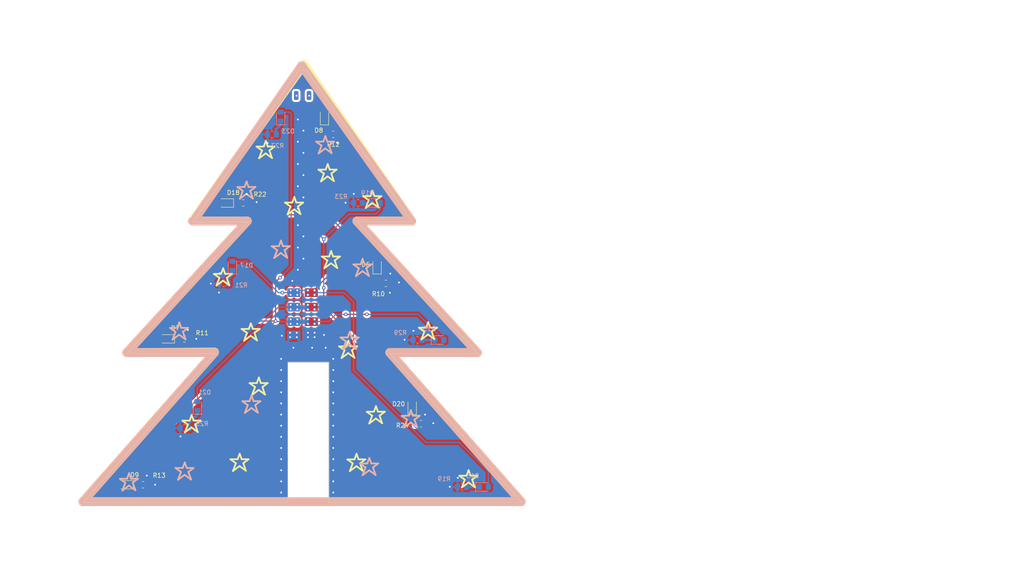
<source format=kicad_pcb>
(kicad_pcb (version 20221018) (generator pcbnew)
  (layers (0 "F.Cu" signal) (31 "B.Cu" signal) (34 "B.Paste" user) (35 "F.Paste" user) (36 "B.SilkS" user "B.Silkscreen") (37 "F.SilkS" user "F.Silkscreen") (38 "B.Mask" user) (39 "F.Mask" user) (44 "Edge.Cuts" user))
  (net 0 "")
  (net 1 "/LED_Power_1")
  (net 2 "/LED_Power_3")
  (net 3 "/LED_Power_2")
  (net 4 "Net-(D15-K)")
  (net 5 "Net-(D17-K)")
  (net 6 "GND")
  (net 7 "Net-(D20-K)")
  (footprint "LocalFootprintLib:Multi_board_connector" (layer "F.Cu") (at 99.077 100.812 -90)
    (fp_text reference "J4" hide)
    (fp_text value "Conn_01x04_Pin")
  )
  (footprint "LED_SMD:LED_0805_2012Metric_Pad1.15x1.40mm_HandSolder" (layer "F.Cu") (at 56.383 138.02 180)
    (fp_text reference "D9")
    (fp_text value "LED")
  )
  (footprint "Resistor_SMD:R_0805_2012Metric_Pad1.20x1.40mm_HandSolder" (layer "F.Cu") (at 103.823 58.098)
    (fp_text reference "R12")
    (fp_text value "100")
  )
  (footprint "Connector_Wire:SolderWirePad_1x01_SMD_1x2mm" (layer "F.Cu") (at 95.372 49.247)
    (fp_text reference "REF**" hide)
    (fp_text value "SolderWirePad_1x01_SMD_1x2mm")
  )
  (footprint "LED_SMD:LED_0805_2012Metric_Pad1.15x1.40mm_HandSolder" (layer "F.Cu") (at 121.823 120.123 90)
    (fp_text reference "D20")
    (fp_text value "LED")
  )
  (footprint "LED_SMD:LED_0805_2012Metric_Pad1.15x1.40mm_HandSolder" (layer "F.Cu") (at 113.823 88.098 90)
    (fp_text reference "D6")
    (fp_text value "LED")
  )
  (footprint "Resistor_SMD:R_0805_2012Metric_Pad1.20x1.40mm_HandSolder" (layer "F.Cu") (at 123.823 124.098)
    (fp_text reference "R24")
    (fp_text value "100")
  )
  (footprint "LED_SMD:LED_0805_2012Metric_Pad1.15x1.40mm_HandSolder" (layer "F.Cu") (at 65.772 104.746 180)
    (fp_text reference "D7")
    (fp_text value "LED")
  )
  (footprint "LED_SMD:LED_0805_2012Metric_Pad1.15x1.40mm_HandSolder" (layer "F.Cu") (at 79.234 73.758 180)
    (fp_text reference "D18")
    (fp_text value "LED")
  )
  (footprint "Resistor_SMD:R_0805_2012Metric_Pad1.20x1.40mm_HandSolder" (layer "F.Cu") (at 115.823 92.098)
    (fp_text reference "R10")
    (fp_text value "100")
  )
  (footprint "Resistor_SMD:R_0805_2012Metric_Pad1.20x1.40mm_HandSolder" (layer "F.Cu") (at 60.447 138.02)
    (fp_text reference "R13")
    (fp_text value "100")
  )
  (footprint "Resistor_SMD:R_0805_2012Metric_Pad1.20x1.40mm_HandSolder" (layer "F.Cu") (at 83.307 73.758)
    (fp_text reference "R22")
    (fp_text value "100")
  )
  (footprint "Resistor_SMD:R_0805_2012Metric_Pad1.20x1.40mm_HandSolder" (layer "F.Cu") (at 69.836 104.746)
    (fp_text reference "R11")
    (fp_text value "100")
  )
  (footprint "Connector_Wire:SolderWirePad_1x01_SMD_1x2mm" (layer "F.Cu") (at 98.293 49.247)
    (fp_text reference "REF**" hide)
    (fp_text value "SolderWirePad_1x01_SMD_1x2mm")
  )
  (footprint "LED_SMD:LED_0805_2012Metric_Pad1.15x1.40mm_HandSolder" (layer "F.Cu") (at 101.823 54.098 90)
    (fp_text reference "D8")
    (fp_text value "LED")
  )
  (footprint "LED_SMD:LED_0805_2012Metric_Pad1.15x1.40mm_HandSolder" (layer "B.Cu") (at 113.533 73.758)
    (fp_text reference "D19")
    (fp_text value "LED")
  )
  (footprint "LED_SMD:LED_0805_2012Metric_Pad1.15x1.40mm_HandSolder" (layer "B.Cu") (at 128.011 105)
    (fp_text reference "D25")
    (fp_text value "LED")
  )
  (footprint "LED_SMD:LED_0805_2012Metric_Pad1.15x1.40mm_HandSolder" (layer "B.Cu") (at 91.823 54.073 90)
    (fp_text reference "D23")
    (fp_text value "LED")
  )
  (footprint "Resistor_SMD:R_0805_2012Metric_Pad1.20x1.40mm_HandSolder" (layer "B.Cu") (at 109.469 73.758 180)
    (fp_text reference "R23")
    (fp_text value "100")
  )
  (footprint "Connector_Wire:SolderWirePad_1x01_SMD_1x2mm" (layer "B.Cu") (at 98.293 49.247 180)
    (fp_text reference "REF**" hide)
    (fp_text value "SolderWirePad_1x01_SMD_1x2mm")
  )
  (footprint "Resistor_SMD:R_0805_2012Metric_Pad1.20x1.40mm_HandSolder" (layer "B.Cu") (at 123.011 105 180)
    (fp_text reference "R29")
    (fp_text value "100")
  )
  (footprint "Resistor_SMD:R_0805_2012Metric_Pad1.20x1.40mm_HandSolder" (layer "B.Cu") (at 78.823 92.073 180)
    (fp_text reference "R21")
    (fp_text value "100")
  )
  (footprint "Connector_Wire:SolderWirePad_1x01_SMD_1x2mm" (layer "B.Cu") (at 95.372 49.247 180)
    (fp_text reference "REF**" hide)
    (fp_text value "SolderWirePad_1x01_SMD_1x2mm")
  )
  (footprint "LED_SMD:LED_0805_2012Metric_Pad1.15x1.40mm_HandSolder" (layer "B.Cu") (at 138.171 138.528)
    (fp_text reference "D15")
    (fp_text value "LED")
  )
  (footprint "Resistor_SMD:R_0805_2012Metric_Pad1.20x1.40mm_HandSolder" (layer "B.Cu") (at 133.171 138.528 180)
    (fp_text reference "R19")
    (fp_text value "100")
  )
  (footprint "Resistor_SMD:R_0805_2012Metric_Pad1.20x1.40mm_HandSolder" (layer "B.Cu") (at 89.823 58.098 180)
    (fp_text reference "R27")
    (fp_text value "100")
  )
  (footprint "LocalFootprintLib:Multi_board_connector" (layer "B.Cu") (at 94.569 100.812 -90)
    (fp_text reference "J5" hide)
    (fp_text value "Conn_01x04_Pin")
  )
  (footprint "Resistor_SMD:R_0805_2012Metric_Pad1.20x1.40mm_HandSolder" (layer "B.Cu") (at 69.9105 125.098 180)
    (fp_text reference "R25")
    (fp_text value "100")
  )
  (footprint "LED_SMD:LED_0805_2012Metric_Pad1.15x1.40mm_HandSolder" (layer "B.Cu") (at 72.823 120.073 90)
    (fp_text reference "D21")
    (fp_text value "LED")
  )
  (footprint "LED_SMD:LED_0805_2012Metric_Pad1.15x1.40mm_HandSolder" (layer "B.Cu") (at 80.823 88.098 90)
    (fp_text reference "D17")
    (fp_text value "LED")
  )
  (gr_line (start 112.043 131.908) (end 112.493 133.168) (stroke (width 0.4)) (layer "B.SilkS"))
  (gr_line (start 112.863 134.068) (end 113.483 135.808) (stroke (width 0.4)) (layer "B.SilkS"))
  (gr_line (start 101.993 61.318) (end 100.483 62.448) (stroke (width 0.4)) (layer "B.SilkS"))
  (gr_line (start 109.663 88.658) (end 108.983 90.438) (stroke (width 0.4)) (layer "B.SilkS"))
  (gr_line (start 70.775 135.095) (end 71.975 134.205) (stroke (width 0.4)) (layer "B.SilkS"))
  (gr_line (start 87.215 118.965) (end 85.645 118.955) (stroke (width 0.4)) (layer "B.SilkS"))
  (gr_line (start 81.943 70.128) (end 83.593 70.108) (stroke (width 0.4)) (layer "B.SilkS"))
  (gr_line (start 84.053 68.848) (end 83.593 70.108) (stroke (width 0.4)) (layer "B.SilkS"))
  (gr_line (start 85.195 117.695) (end 84.735 118.955) (stroke (width 0.4)) (layer "B.SilkS"))
  (gr_line (start 102.843 60.658) (end 104.043 59.768) (stroke (width 0.4)) (layer "B.SilkS"))
  (gr_line (start 108.413 87.768) (end 110.063 87.748) (stroke (width 0.4)) (layer "B.SilkS"))
  (gr_line (start 69.925 135.755) (end 68.415 136.885) (stroke (width 0.4)) (layer "B.SilkS"))
  (gr_line (start 111.343 88.648) (end 112.543 87.758) (stroke (width 0.4)) (layer "B.SilkS"))
  (gr_line (start 69.523 103.138) (end 70.143 104.878) (stroke (width 0.4)) (layer "B.SilkS"))
  (gr_line (start 112.013 134.728) (end 113.483 135.808) (stroke (width 0.4)) (layer "B.SilkS"))
  (gr_line (start 121.523 121.018) (end 121.063 122.278) (stroke (width 0.4)) (layer "B.SilkS"))
  (gr_line (start 107.583 103.158) (end 108.033 104.418) (stroke (width 0.4)) (layer "B.SilkS"))
  (gr_line (start 84.873 71.008) (end 86.073 70.118) (stroke (width 0.4)) (layer "B.SilkS"))
  (gr_line (start 101.993 61.318) (end 103.463 62.398) (stroke (width 0.4)) (layer "B.SilkS"))
  (gr_line (start 70.723 102.248) (end 69.153 102.238) (stroke (width 0.4)) (layer "B.SilkS"))
  (gr_line (start 107.553 105.978) (end 109.023 107.058) (stroke (width 0.4)) (layer "B.SilkS"))
  (gr_line (start 93.913 83.618) (end 92.343 83.608) (stroke (width 0.4)) (layer "B.SilkS"))
  (gr_line (start 110.523 86.488) (end 110.063 87.748) (stroke (width 0.4)) (layer "B.SilkS"))
  (gr_line (start 112.043 131.908) (end 111.583 133.168) (stroke (width 0.4)) (layer "B.SilkS"))
  (gr_line (start 69.523 103.138) (end 70.723 102.248) (stroke (width 0.4)) (layer "B.SilkS"))
  (gr_line (start 110.493 89.308) (end 108.983 90.438) (stroke (width 0.4)) (layer "B.SilkS"))
  (gr_line (start 55.153 136.668) (end 56.403 137.558) (stroke (width 0.4)) (layer "B.SilkS"))
  (gr_line (start 91.033 84.518) (end 90.353 86.298) (stroke (width 0.4)) (layer "B.SilkS"))
  (gr_line (start 109.203 77.888) (end 136.703 107.888) (stroke (width 2)) (layer "B.SilkS"))
  (gr_line (start 84.023 71.668) (end 85.493 72.748) (stroke (width 0.4)) (layer "B.SilkS"))
  (gr_line (start 58.083 137.548) (end 58.703 139.288) (stroke (width 0.4)) (layer "B.SilkS"))
  (gr_line (start 96.595 42.455) (end 72.495 77.055) (stroke (width 2)) (layer "B.SilkS"))
  (gr_line (start 104.043 59.768) (end 102.473 59.758) (stroke (width 0.4)) (layer "B.SilkS"))
  (gr_line (start 84.023 71.668) (end 82.513 72.798) (stroke (width 0.4)) (layer "B.SilkS"))
  (gr_line (start 136.703 107.888) (end 116.703 107.888) (stroke (width 2)) (layer "B.SilkS"))
  (gr_line (start 84.335 119.865) (end 83.655 121.645) (stroke (width 0.4)) (layer "B.SilkS"))
  (gr_line (start 114.063 133.178) (end 112.493 133.168) (stroke (width 0.4)) (layer "B.SilkS"))
  (gr_line (start 99.913 59.778) (end 101.563 59.758) (stroke (width 0.4)) (layer "B.SilkS"))
  (gr_line (start 92.713 84.508) (end 93.333 86.248) (stroke (width 0.4)) (layer "B.SilkS"))
  (gr_line (start 107.583 103.158) (end 107.123 104.418) (stroke (width 0.4)) (layer "B.SilkS"))
  (gr_line (start 83.193 71.018) (end 82.513 72.798) (stroke (width 0.4)) (layer "B.SilkS"))
  (gr_line (start 110.523 86.488) (end 110.973 87.748) (stroke (width 0.4)) (layer "B.SilkS"))
  (gr_line (start 102.843 60.658) (end 103.463 62.398) (stroke (width 0.4)) (layer "B.SilkS"))
  (gr_line (start 107.553 105.978) (end 106.043 107.108) (stroke (width 0.4)) (layer "B.SilkS"))
  (gr_line (start 57.233 138.208) (end 55.723 139.338) (stroke (width 0.4)) (layer "B.SilkS"))
  (gr_line (start 120.663 123.188) (end 119.983 124.968) (stroke (width 0.4)) (layer "B.SilkS"))
  (gr_line (start 101.163 60.668) (end 100.483 62.448) (stroke (width 0.4)) (layer "B.SilkS"))
  (gr_line (start 89.783 83.628) (end 91.433 83.608) (stroke (width 0.4)) (layer "B.SilkS"))
  (gr_line (start 67.845 134.215) (end 69.095 135.105) (stroke (width 0.4)) (layer "B.SilkS"))
  (gr_line (start 119.413 122.298) (end 121.063 122.278) (stroke (width 0.4)) (layer "B.SilkS"))
  (gr_line (start 102.023 58.498) (end 101.563 59.758) (stroke (width 0.4)) (layer "B.SilkS"))
  (gr_line (start 66.593 102.258) (end 67.843 103.148) (stroke (width 0.4)) (layer "B.SilkS"))
  (gr_line (start 76.703 107.888) (end 46.703 141.888) (stroke (width 2)) (layer "B.SilkS"))
  (gr_line (start 119.413 122.298) (end 120.663 123.188) (stroke (width 0.4)) (layer "B.SilkS"))
  (gr_line (start 69.955 132.935) (end 69.495 134.195) (stroke (width 0.4)) (layer "B.SilkS"))
  (gr_line (start 70.775 135.095) (end 71.395 136.835) (stroke (width 0.4)) (layer "B.SilkS"))
  (gr_line (start 83.085 118.975) (end 84.335 119.865) (stroke (width 0.4)) (layer "B.SilkS"))
  (gr_line (start 71.975 134.205) (end 70.405 134.195) (stroke (width 0.4)) (layer "B.SilkS"))
  (gr_line (start 71.703 77.888) (end 84.203 77.888) (stroke (width 2)) (layer "B.SilkS"))
  (gr_line (start 102.023 58.498) (end 102.473 59.758) (stroke (width 0.4)) (layer "B.SilkS"))
  (gr_line (start 108.403 105.318) (end 109.023 107.058) (stroke (width 0.4)) (layer "B.SilkS"))
  (gr_line (start 121.523 121.018) (end 121.973 122.278) (stroke (width 0.4)) (layer "B.SilkS"))
  (gr_line (start 105.473 104.438) (end 106.723 105.328) (stroke (width 0.4)) (layer "B.SilkS"))
  (gr_line (start 116.703 107.888) (end 146.703 141.888) (stroke (width 2)) (layer "B.SilkS"))
  (gr_line (start 57.263 135.388) (end 56.803 136.648) (stroke (width 0.4)) (layer "B.SilkS"))
  (gr_line (start 76.703 107.888) (end 56.703 107.888) (stroke (width 2)) (layer "B.SilkS"))
  (gr_line (start 84.203 77.888) (end 56.703 107.888) (stroke (width 2)) (layer "B.SilkS"))
  (gr_line (start 112.543 87.758) (end 110.973 87.748) (stroke (width 0.4)) (layer "B.SilkS"))
  (gr_line (start 121.493 123.838) (end 119.983 124.968) (stroke (width 0.4)) (layer "B.SilkS"))
  (gr_line (start 68.703 100.978) (end 68.243 102.238) (stroke (width 0.4)) (layer "B.SilkS"))
  (gr_line (start 91.893 82.348) (end 91.433 83.608) (stroke (width 0.4)) (layer "B.SilkS"))
  (gr_line (start 105.473 104.438) (end 107.123 104.418) (stroke (width 0.4)) (layer "B.SilkS"))
  (gr_line (start 68.673 103.798) (end 67.163 104.928) (stroke (width 0.4)) (layer "B.SilkS"))
  (gr_line (start 89.783 83.628) (end 91.033 84.518) (stroke (width 0.4)) (layer "B.SilkS"))
  (gr_line (start 146.703 141.888) (end 46.703 141.888) (stroke (width 2)) (layer "B.SilkS"))
  (gr_line (start 69.955 132.935) (end 70.405 134.195) (stroke (width 0.4)) (layer "B.SilkS"))
  (gr_line (start 81.943 70.128) (end 83.193 71.018) (stroke (width 0.4)) (layer "B.SilkS"))
  (gr_line (start 109.933 133.188) (end 111.583 133.168) (stroke (width 0.4)) (layer "B.SilkS"))
  (gr_line (start 112.863 134.068) (end 114.063 133.178) (stroke (width 0.4)) (layer "B.SilkS"))
  (gr_line (start 85.165 120.515) (end 83.655 121.645) (stroke (width 0.4)) (layer "B.SilkS"))
  (gr_line (start 58.083 137.548) (end 59.283 136.658) (stroke (width 0.4)) (layer "B.SilkS"))
  (gr_line (start 109.203 77.888) (end 121.703 77.888) (stroke (width 2)) (layer "B.SilkS"))
  (gr_line (start 91.893 82.348) (end 92.343 83.608) (stroke (width 0.4)) (layer "B.SilkS"))
  (gr_line (start 68.703 100.978) (end 69.153 102.238) (stroke (width 0.4)) (layer "B.SilkS"))
  (gr_line (start 108.403 105.318) (end 109.603 104.428) (stroke (width 0.4)) (layer "B.SilkS"))
  (gr_line (start 66.593 102.258) (end 68.243 102.238) (stroke (width 0.4)) (layer "B.SilkS"))
  (gr_line (start 106.723 105.328) (end 106.043 107.108) (stroke (width 0.4)) (layer "B.SilkS"))
  (gr_line (start 56.403 137.558) (end 55.723 139.338) (stroke (width 0.4)) (layer "B.SilkS"))
  (gr_line (start 122.343 123.178) (end 122.963 124.918) (stroke (width 0.4)) (layer "B.SilkS"))
  (gr_line (start 109.933 133.188) (end 111.183 134.078) (stroke (width 0.4)) (layer "B.SilkS"))
  (gr_line (start 99.913 59.778) (end 101.163 60.668) (stroke (width 0.4)) (layer "B.SilkS"))
  (gr_line (start 57.263 135.388) (end 57.713 136.648) (stroke (width 0.4)) (layer "B.SilkS"))
  (gr_line (start 92.713 84.508) (end 93.913 83.618) (stroke (width 0.4)) (layer "B.SilkS"))
  (gr_line (start 67.843 103.148) (end 67.163 104.928) (stroke (width 0.4)) (layer "B.SilkS"))
  (gr_line (start 86.015 119.855) (end 87.215 118.965) (stroke (width 0.4)) (layer "B.SilkS"))
  (gr_line (start 86.015 119.855) (end 86.635 121.595) (stroke (width 0.4)) (layer "B.SilkS"))
  (gr_line (start 108.413 87.768) (end 109.663 88.658) (stroke (width 0.4)) (layer "B.SilkS"))
  (gr_line (start 110.493 89.308) (end 111.963 90.388) (stroke (width 0.4)) (layer "B.SilkS"))
  (gr_line (start 84.053 68.848) (end 84.503 70.108) (stroke (width 0.4)) (layer "B.SilkS"))
  (gr_line (start 83.085 118.975) (end 84.735 118.955) (stroke (width 0.4)) (layer "B.SilkS"))
  (gr_line (start 121.493 123.838) (end 122.963 124.918) (stroke (width 0.4)) (layer "B.SilkS"))
  (gr_line (start 85.195 117.695) (end 85.645 118.955) (stroke (width 0.4)) (layer "B.SilkS"))
  (gr_line (start 69.925 135.755) (end 71.395 136.835) (stroke (width 0.4)) (layer "B.SilkS"))
  (gr_line (start 96.595 42.455) (end 121.703 77.888) (stroke (width 2)) (layer "B.SilkS"))
  (gr_line (start 111.343 88.648) (end 111.963 90.388) (stroke (width 0.4)) (layer "B.SilkS"))
  (gr_line (start 112.013 134.728) (end 110.503 135.858) (stroke (width 0.4)) (layer "B.SilkS"))
  (gr_line (start 84.873 71.008) (end 85.493 72.748) (stroke (width 0.4)) (layer "B.SilkS"))
  (gr_line (start 86.073 70.118) (end 84.503 70.108) (stroke (width 0.4)) (layer "B.SilkS"))
  (gr_line (start 91.863 85.168) (end 90.353 86.298) (stroke (width 0.4)) (layer "B.SilkS"))
  (gr_line (start 55.153 136.668) (end 56.803 136.648) (stroke (width 0.4)) (layer "B.SilkS"))
  (gr_line (start 57.233 138.208) (end 58.703 139.288) (stroke (width 0.4)) (layer "B.SilkS"))
  (gr_line (start 122.343 123.178) (end 123.543 122.288) (stroke (width 0.4)) (layer "B.SilkS"))
  (gr_line (start 67.845 134.215) (end 69.495 134.195) (stroke (width 0.4)) (layer "B.SilkS"))
  (gr_line (start 123.543 122.288) (end 121.973 122.278) (stroke (width 0.4)) (layer "B.SilkS"))
  (gr_line (start 109.603 104.428) (end 108.033 104.418) (stroke (width 0.4)) (layer "B.SilkS"))
  (gr_line (start 68.673 103.798) (end 70.143 104.878) (stroke (width 0.4)) (layer "B.SilkS"))
  (gr_line (start 69.095 135.105) (end 68.415 136.885) (stroke (width 0.4)) (layer "B.SilkS"))
  (gr_line (start 111.183 134.078) (end 110.503 135.858) (stroke (width 0.4)) (layer "B.SilkS"))
  (gr_line (start 91.863 85.168) (end 93.333 86.248) (stroke (width 0.4)) (layer "B.SilkS"))
  (gr_line (start 85.165 120.515) (end 86.635 121.595) (stroke (width 0.4)) (layer "B.SilkS"))
  (gr_line (start 59.283 136.658) (end 57.713 136.648) (stroke (width 0.4)) (layer "B.SilkS"))
  (gr_line (start 123.363 102.208) (end 125.013 102.188) (stroke (width 0.4)) (layer "F.SilkS"))
  (gr_line (start 116.723 107.878) (end 146.723 141.878) (stroke (width 2)) (layer "F.SilkS"))
  (gr_line (start 82.485 130.94) (end 82.935 132.2) (stroke (width 0.4)) (layer "F.SilkS"))
  (gr_line (start 126.293 103.088) (end 126.843 104.748) (stroke (width 0.4)) (layer "F.SilkS"))
  (gr_line (start 126.293 103.088) (end 127.493 102.198) (stroke (width 0.4)) (layer "F.SilkS"))
  (gr_line (start 104.153 86.858) (end 105.353 85.968) (stroke (width 0.4)) (layer "F.SilkS"))
  (gr_line (start 113.563 120.098) (end 114.013 121.358) (stroke (width 0.4)) (layer "F.SilkS"))
  (gr_line (start 109.136 130.966) (end 108.676 132.226) (stroke (width 0.4)) (layer "F.SilkS"))
  (gr_line (start 132.583 135.968) (end 134.233 135.948) (stroke (width 0.4)) (layer "F.SilkS"))
  (gr_line (start 95.763 74.558) (end 96.313 76.218) (stroke (width 0.4)) (layer "F.SilkS"))
  (gr_line (start 103.303 87.518) (end 104.773 88.598) (stroke (width 0.4)) (layer "F.SilkS"))
  (gr_line (start 89.263 61.778) (end 90.463 60.888) (stroke (width 0.4)) (layer "F.SilkS"))
  (gr_line (start 72.343 124.288) (end 72.893 125.948) (stroke (width 0.4)) (layer "F.SilkS"))
  (gr_line (start 85.023 101.218) (end 84.563 102.478) (stroke (width 0.4)) (layer "F.SilkS"))
  (gr_line (start 102.563 64.878) (end 102.103 66.138) (stroke (width 0.4)) (layer "F.SilkS"))
  (gr_line (start 71.723 77.878) (end 84.223 77.878) (stroke (width 2)) (layer "F.SilkS"))
  (gr_line (start 115.583 121.368) (end 114.013 121.358) (stroke (width 0.4)) (layer "F.SilkS"))
  (gr_line (start 111.453 121.378) (end 112.703 122.268) (stroke (width 0.4)) (layer "F.SilkS"))
  (gr_line (start 94.943 72.398) (end 94.483 73.658) (stroke (width 0.4)) (layer "F.SilkS"))
  (gr_line (start 97.658 43.532) (end 95.88 43.532) (stroke (width 0.15)) (layer "F.SilkS"))
  (gr_line (start 113.583 73.098) (end 114.133 74.758) (stroke (width 0.4)) (layer "F.SilkS"))
  (gr_line (start 87.043 102.488) (end 85.473 102.478) (stroke (width 0.4)) (layer "F.SilkS"))
  (gr_line (start 81.625 133.11) (end 80.945 134.89) (stroke (width 0.4)) (layer "F.SilkS"))
  (gr_line (start 92.833 73.678) (end 94.483 73.658) (stroke (width 0.4)) (layer "F.SilkS"))
  (gr_line (start 87.673 115.728) (end 88.873 114.838) (stroke (width 0.4)) (layer "F.SilkS"))
  (gr_line (start 85.843 103.378) (end 87.043 102.488) (stroke (width 0.4)) (layer "F.SilkS"))
  (gr_line (start 86.333 60.898) (end 87.983 60.878) (stroke (width 0.4)) (layer "F.SilkS"))
  (gr_line (start 69.413 123.408) (end 70.663 124.298) (stroke (width 0.4)) (layer "F.SilkS"))
  (gr_line (start 82.455 133.76) (end 80.945 134.89) (stroke (width 0.4)) (layer "F.SilkS"))
  (gr_line (start 102.473 86.868) (end 101.793 88.648) (stroke (width 0.4)) (layer "F.SilkS"))
  (gr_line (start 85.843 103.378) (end 86.393 105.038) (stroke (width 0.4)) (layer "F.SilkS"))
  (gr_line (start 88.413 62.438) (end 89.883 63.518) (stroke (width 0.4)) (layer "F.SilkS"))
  (gr_line (start 112.763 70.938) (end 112.303 72.198) (stroke (width 0.4)) (layer "F.SilkS"))
  (gr_line (start 134.663 137.508) (end 133.153 138.638) (stroke (width 0.4)) (layer "F.SilkS"))
  (gr_line (start 84.993 104.038) (end 83.483 105.168) (stroke (width 0.4)) (layer "F.SilkS"))
  (gr_line (start 146.723 141.878) (end 46.723 141.878) (stroke (width 2)) (layer "F.SilkS"))
  (gr_line (start 111.156 132.236) (end 109.586 132.226) (stroke (width 0.4)) (layer "F.SilkS"))
  (gr_line (start 84.505 132.21) (end 82.935 132.2) (stroke (width 0.4)) (layer "F.SilkS"))
  (gr_line (start 79.533 90.818) (end 80.733 89.928) (stroke (width 0.4)) (layer "F.SilkS"))
  (gr_line (start 88.443 59.618) (end 87.983 60.878) (stroke (width 0.4)) (layer "F.SilkS"))
  (gr_line (start 84.163 103.388) (end 83.483 105.168) (stroke (width 0.4)) (layer "F.SilkS"))
  (gr_line (start 107.223 107.998) (end 108.693 109.078) (stroke (width 0.4)) (layer "F.SilkS"))
  (gr_line (start 94.913 75.218) (end 96.383 76.298) (stroke (width 0.4)) (layer "F.SilkS"))
  (gr_line (start 105.143 106.458) (end 106.393 107.348) (stroke (width 0.4)) (layer "F.SilkS"))
  (gr_line (start 109.956 133.126) (end 111.156 132.236) (stroke (width 0.4)) (layer "F.SilkS"))
  (gr_line (start 103.383 67.038) (end 104.583 66.148) (stroke (width 0.4)) (layer "F.SilkS"))
  (gr_line (start 134.693 134.688) (end 134.233 135.948) (stroke (width 0.4)) (layer "F.SilkS"))
  (gr_line (start 88.873 114.838) (end 87.303 114.828) (stroke (width 0.4)) (layer "F.SilkS"))
  (gr_line (start 112.733 73.758) (end 114.203 74.838) (stroke (width 0.4)) (layer "F.SilkS"))
  (gr_line (start 86.823 116.388) (end 88.293 117.468) (stroke (width 0.4)) (layer "F.SilkS"))
  (gr_line (start 114.783 72.208) (end 113.213 72.198) (stroke (width 0.4)) (layer "F.SilkS"))
  (gr_line (start 127.493 102.198) (end 125.923 102.188) (stroke (width 0.4)) (layer "F.SilkS"))
  (gr_line (start 71.493 124.948) (end 72.963 126.028) (stroke (width 0.4)) (layer "F.SilkS"))
  (gr_line (start 96.963 73.668) (end 95.393 73.658) (stroke (width 0.4)) (layer "F.SilkS"))
  (gr_line (start 94.943 72.398) (end 95.393 73.658) (stroke (width 0.4)) (layer "F.SilkS"))
  (gr_line (start 88.413 62.438) (end 86.903 63.568) (stroke (width 0.4)) (layer "F.SilkS"))
  (gr_line (start 87.583 61.788) (end 86.903 63.568) (stroke (width 0.4)) (layer "F.SilkS"))
  (gr_line (start 124.613 103.098) (end 123.933 104.878) (stroke (width 0.4)) (layer "F.SilkS"))
  (gr_line (start 106.393 107.348) (end 105.713 109.128) (stroke (width 0.4)) (layer "F.SilkS"))
  (gr_line (start 108.073 107.338) (end 108.623 108.998) (stroke (width 0.4)) (layer "F.SilkS"))
  (gr_line (start 82.913 102.498) (end 84.563 102.478) (stroke (width 0.4)) (layer "F.SilkS"))
  (gr_line (start 100.453 66.158) (end 102.103 66.138) (stroke (width 0.4)) (layer "F.SilkS"))
  (gr_line (start 104.583 66.148) (end 103.013 66.138) (stroke (width 0.4)) (layer "F.SilkS"))
  (gr_line (start 78.713 88.658) (end 78.253 89.918) (stroke (width 0.4)) (layer "F.SilkS"))
  (gr_line (start 84.993 104.038) (end 86.463 105.118) (stroke (width 0.4)) (layer "F.SilkS"))
  (gr_line (start 78.683 91.478) (end 80.153 92.558) (stroke (width 0.4)) (layer "F.SilkS"))
  (gr_line (start 85.993 115.738) (end 85.313 117.518) (stroke (width 0.4)) (layer "F.SilkS"))
  (gr_line (start 112.703 122.268) (end 112.023 124.048) (stroke (width 0.4)) (layer "F.SilkS"))
  (gr_line (start 104.153 86.858) (end 104.703 88.518) (stroke (width 0.4)) (layer "F.SilkS"))
  (gr_line (start 113.583 73.098) (end 114.783 72.208) (stroke (width 0.4)) (layer "F.SilkS"))
  (gr_line (start 72.343 124.288) (end 73.543 123.398) (stroke (width 0.4)) (layer "F.SilkS"))
  (gr_line (start 76.603 89.938) (end 78.253 89.918) (stroke (width 0.4)) (layer "F.SilkS"))
  (gr_line (start 101.223 85.978) (end 102.473 86.868) (stroke (width 0.4)) (layer "F.SilkS"))
  (gr_line (start 94.083 74.568) (end 93.403 76.348) (stroke (width 0.4)) (layer "F.SilkS"))
  (gr_line (start 114.383 122.258) (end 114.933 123.918) (stroke (width 0.4)) (layer "F.SilkS"))
  (gr_line (start 89.263 61.778) (end 89.813 63.438) (stroke (width 0.4)) (layer "F.SilkS"))
  (gr_line (start 88.443 59.618) (end 88.893 60.878) (stroke (width 0.4)) (layer "F.SilkS"))
  (gr_line (start 103.333 84.698) (end 102.873 85.958) (stroke (width 0.4)) (layer "F.SilkS"))
  (gr_line (start 80.375 132.22) (end 81.625 133.11) (stroke (width 0.4)) (layer "F.SilkS"))
  (gr_line (start 113.563 120.098) (end 113.103 121.358) (stroke (width 0.4)) (layer "F.SilkS"))
  (gr_line (start 132.583 135.968) (end 133.833 136.858) (stroke (width 0.4)) (layer "F.SilkS"))
  (gr_line (start 112.763 70.938) (end 113.213 72.198) (stroke (width 0.4)) (layer "F.SilkS"))
  (gr_line (start 102.533 67.698) (end 104.003 68.778) (stroke (width 0.4)) (layer "F.SilkS"))
  (gr_line (start 92.833 73.678) (end 94.083 74.568) (stroke (width 0.4)) (layer "F.SilkS"))
  (gr_line (start 103.303 87.518) (end 101.793 88.648) (stroke (width 0.4)) (layer "F.SilkS"))
  (gr_line (start 73.543 123.398) (end 71.973 123.388) (stroke (width 0.4)) (layer "F.SilkS"))
  (gr_line (start 134.693 134.688) (end 135.143 135.948) (stroke (width 0.4)) (layer "F.SilkS"))
  (gr_line (start 125.473 100.928) (end 125.013 102.188) (stroke (width 0.4)) (layer "F.SilkS"))
  (gr_line (start 71.523 122.128) (end 71.063 123.388) (stroke (width 0.4)) (layer "F.SilkS"))
  (gr_line (start 97.108 42.163) (end 121.723 77.878) (stroke (width 2)) (layer "F.SilkS"))
  (gr_line (start 84.743 114.848) (end 86.393 114.828) (stroke (width 0.4)) (layer "F.SilkS"))
  (gr_line (start 90.463 60.888) (end 88.893 60.878) (stroke (width 0.4)) (layer "F.SilkS"))
  (gr_line (start 82.485 130.94) (end 82.025 132.2) (stroke (width 0.4)) (layer "F.SilkS"))
  (gr_line (start 103.383 67.038) (end 103.933 68.698) (stroke (width 0.4)) (layer "F.SilkS"))
  (gr_line (start 94.913 75.218) (end 93.403 76.348) (stroke (width 0.4)) (layer "F.SilkS"))
  (gr_line (start 109.106 133.786) (end 110.576 134.866) (stroke (width 0.4)) (layer "F.SilkS"))
  (gr_line (start 133.833 136.858) (end 133.153 138.638) (stroke (width 0.4)) (layer "F.SilkS"))
  (gr_line (start 108.276 133.136) (end 107.596 134.916) (stroke (width 0.4)) (layer "F.SilkS"))
  (gr_line (start 125.473 100.928) (end 125.923 102.188) (stroke (width 0.4)) (layer "F.SilkS"))
  (gr_line (start 107.223 107.998) (end 105.713 109.128) (stroke (width 0.4)) (layer "F.SilkS"))
  (gr_line (start 112.733 73.758) (end 111.223 74.888) (stroke (width 0.4)) (layer "F.SilkS"))
  (gr_line (start 136.723 107.878) (end 116.723 107.878) (stroke (width 2)) (layer "F.SilkS"))
  (gr_line (start 78.683 91.478) (end 77.173 92.608) (stroke (width 0.4)) (layer "F.SilkS"))
  (gr_line (start 109.273 106.448) (end 107.703 106.438) (stroke (width 0.4)) (layer "F.SilkS"))
  (gr_line (start 109.106 133.786) (end 107.596 134.916) (stroke (width 0.4)) (layer "F.SilkS"))
  (gr_line (start 134.663 137.508) (end 136.133 138.588) (stroke (width 0.4)) (layer "F.SilkS"))
  (gr_line (start 87.673 115.728) (end 88.223 117.388) (stroke (width 0.4)) (layer "F.SilkS"))
  (gr_line (start 76.723 107.878) (end 46.723 141.878) (stroke (width 2)) (layer "F.SilkS"))
  (gr_line (start 135.513 136.848) (end 136.713 135.958) (stroke (width 0.4)) (layer "F.SilkS"))
  (gr_line (start 111.453 121.378) (end 113.103 121.358) (stroke (width 0.4)) (layer "F.SilkS"))
  (gr_line (start 136.713 135.958) (end 135.143 135.948) (stroke (width 0.4)) (layer "F.SilkS"))
  (gr_line (start 86.823 116.388) (end 85.313 117.518) (stroke (width 0.4)) (layer "F.SilkS"))
  (gr_line (start 125.443 103.748) (end 126.913 104.828) (stroke (width 0.4)) (layer "F.SilkS"))
  (gr_line (start 70.663 124.298) (end 69.983 126.078) (stroke (width 0.4)) (layer "F.SilkS"))
  (gr_line (start 109.223 77.878) (end 136.723 107.878) (stroke (width 2)) (layer "F.SilkS"))
  (gr_line (start 109.136 130.966) (end 109.586 132.226) (stroke (width 0.4)) (layer "F.SilkS"))
  (gr_line (start 108.073 107.338) (end 109.273 106.448) (stroke (width 0.4)) (layer "F.SilkS"))
  (gr_line (start 82.455 133.76) (end 83.925 134.84) (stroke (width 0.4)) (layer "F.SilkS"))
  (gr_line (start 86.853 113.568) (end 86.393 114.828) (stroke (width 0.4)) (layer "F.SilkS"))
  (gr_line (start 97.108 42.163) (end 71.723 77.878) (stroke (width 2)) (layer "F.SilkS"))
  (gr_line (start 83.305 133.1) (end 83.855 134.76) (stroke (width 0.4)) (layer "F.SilkS"))
  (gr_line (start 107.026 132.246) (end 108.676 132.226) (stroke (width 0.4)) (layer "F.SilkS"))
  (gr_line (start 86.853 113.568) (end 87.303 114.828) (stroke (width 0.4)) (layer "F.SilkS"))
  (gr_line (start 105.143 106.458) (end 106.793 106.438) (stroke (width 0.4)) (layer "F.SilkS"))
  (gr_line (start 110.653 72.218) (end 111.903 73.108) (stroke (width 0.4)) (layer "F.SilkS"))
  (gr_line (start 71.493 124.948) (end 69.983 126.078) (stroke (width 0.4)) (layer "F.SilkS"))
  (gr_line (start 101.223 85.978) (end 102.873 85.958) (stroke (width 0.4)) (layer "F.SilkS"))
  (gr_line (start 76.603 89.938) (end 77.853 90.828) (stroke (width 0.4)) (layer "F.SilkS"))
  (gr_line (start 69.413 123.408) (end 71.063 123.388) (stroke (width 0.4)) (layer "F.SilkS"))
  (gr_line (start 86.333 60.898) (end 87.583 61.788) (stroke (width 0.4)) (layer "F.SilkS"))
  (gr_line (start 84.223 77.878) (end 56.723 107.878) (stroke (width 2)) (layer "F.SilkS"))
  (gr_line (start 95.763 74.558) (end 96.963 73.668) (stroke (width 0.4)) (layer "F.SilkS"))
  (gr_line (start 85.023 101.218) (end 85.473 102.478) (stroke (width 0.4)) (layer "F.SilkS"))
  (gr_line (start 109.956 133.126) (end 110.506 134.786) (stroke (width 0.4)) (layer "F.SilkS"))
  (gr_line (start 71.523 122.128) (end 71.973 123.388) (stroke (width 0.4)) (layer "F.SilkS"))
  (gr_line (start 102.563 64.878) (end 103.013 66.138) (stroke (width 0.4)) (layer "F.SilkS"))
  (gr_line (start 103.333 84.698) (end 103.783 85.958) (stroke (width 0.4)) (layer "F.SilkS"))
  (gr_line (start 135.513 136.848) (end 136.063 138.508) (stroke (width 0.4)) (layer "F.SilkS"))
  (gr_line (start 102.533 67.698) (end 101.023 68.828) (stroke (width 0.4)) (layer "F.SilkS"))
  (gr_line (start 105.353 85.968) (end 103.783 85.958) (stroke (width 0.4)) (layer "F.SilkS"))
  (gr_line (start 82.913 102.498) (end 84.163 103.388) (stroke (width 0.4)) (layer "F.SilkS"))
  (gr_line (start 109.223 77.878) (end 121.723 77.878) (stroke (width 2)) (layer "F.SilkS"))
  (gr_line (start 111.903 73.108) (end 111.223 74.888) (stroke (width 0.4)) (layer "F.SilkS"))
  (gr_line (start 78.713 88.658) (end 79.163 89.918) (stroke (width 0.4)) (layer "F.SilkS"))
  (gr_line (start 110.653 72.218) (end 112.303 72.198) (stroke (width 0.4)) (layer "F.SilkS"))
  (gr_line (start 125.443 103.748) (end 123.933 104.878) (stroke (width 0.4)) (layer "F.SilkS"))
  (gr_line (start 77.853 90.828) (end 77.173 92.608) (stroke (width 0.4)) (layer "F.SilkS"))
  (gr_line (start 107.253 105.178) (end 106.793 106.438) (stroke (width 0.4)) (layer "F.SilkS"))
  (gr_line (start 79.533 90.818) (end 80.083 92.478) (stroke (width 0.4)) (layer "F.SilkS"))
  (gr_line (start 101.703 67.048) (end 101.023 68.828) (stroke (width 0.4)) (layer "F.SilkS"))
  (gr_line (start 113.533 122.918) (end 112.023 124.048) (stroke (width 0.4)) (layer "F.SilkS"))
  (gr_line (start 107.253 105.178) (end 107.703 106.438) (stroke (width 0.4)) (layer "F.SilkS"))
  (gr_line (start 80.375 132.22) (end 82.025 132.2) (stroke (width 0.4)) (layer "F.SilkS"))
  (gr_line (start 123.363 102.208) (end 124.613 103.098) (stroke (width 0.4)) (layer "F.SilkS"))
  (gr_line (start 83.305 133.1) (end 84.505 132.21) (stroke (width 0.4)) (layer "F.SilkS"))
  (gr_line (start 114.383 122.258) (end 115.583 121.368) (stroke (width 0.4)) (layer "F.SilkS"))
  (gr_line (start 113.533 122.918) (end 115.003 123.998) (stroke (width 0.4)) (layer "F.SilkS"))
  (gr_line (start 76.743 107.758) (end 56.723 107.878) (stroke (width 2)) (layer "F.SilkS"))
  (gr_line (start 100.453 66.158) (end 101.703 67.048) (stroke (width 0.4)) (layer "F.SilkS"))
  (gr_line (start 107.026 132.246) (end 108.276 133.136) (stroke (width 0.4)) (layer "F.SilkS"))
  (gr_line (start 80.733 89.928) (end 79.163 89.918) (stroke (width 0.4)) (layer "F.SilkS"))
  (gr_line (start 84.743 114.848) (end 85.993 115.738) (stroke (width 0.4)) (layer "F.SilkS"))
  (gr_line (start 116.823 108.098) (end 146.823 142.098) (stroke (width 0.1)) (layer "Edge.Cuts"))
  (gr_line (start 93.467 110.098) (end 93.467 142.084) (stroke (width 0.1)) (layer "Edge.Cuts"))
  (gr_line (start 109.323 78.098) (end 136.823 108.098) (stroke (width 0.1)) (layer "Edge.Cuts"))
  (gr_line (start 84.323 78.098) (end 56.823 108.098) (stroke (width 0.1)) (layer "Edge.Cuts"))
  (gr_line (start 102.823 142.098) (end 102.823 110.098) (stroke (width 0.1)) (layer "Edge.Cuts"))
  (gr_line (start 97.723 43.498) (end 95.923 43.498) (stroke (width 0.1)) (layer "Edge.Cuts"))
  (gr_line (start 97.723 43.498) (end 121.823 78.098) (stroke (width 0.1)) (layer "Edge.Cuts"))
  (gr_line (start 95.923 43.498) (end 71.823 78.098) (stroke (width 0.1)) (layer "Edge.Cuts"))
  (gr_line (start 71.823 78.098) (end 84.323 78.098) (stroke (width 0.1)) (layer "Edge.Cuts"))
  (gr_line (start 102.823 142.098) (end 146.823 142.098) (stroke (width 0.1)) (layer "Edge.Cuts"))
  (gr_line (start 76.823 108.098) (end 46.823 142.098) (stroke (width 0.1)) (layer "Edge.Cuts"))
  (gr_line (start 136.823 108.098) (end 116.823 108.098) (stroke (width 0.1)) (layer "Edge.Cuts"))
  (gr_line (start 46.823 142.098) (end 93.467 142.084) (stroke (width 0.1)) (layer "Edge.Cuts"))
  (gr_line (start 76.823 108.098) (end 56.823 108.098) (stroke (width 0.1)) (layer "Edge.Cuts"))
  (gr_line (start 102.823 110.098) (end 93.467 110.098) (stroke (width 0.1)) (layer "Edge.Cuts"))
  (gr_line (start 109.323 78.098) (end 121.823 78.098) (stroke (width 0.1)) (layer "Edge.Cuts"))
  (segment (start 80.259 73.758) (end 82.3945 73.758) (width 0.6) (layer "F.Cu") (net 0))
  (segment (start 113.823 89.123) (end 113.823 91.0105) (width 0.6) (layer "F.Cu") (net 0))
  (segment (start 102.9105 57.2935) (end 102.9105 58.098) (width 0.6) (layer "F.Cu") (net 0))
  (segment (start 101.823 56.206) (end 102.9105 57.2935) (width 0.6) (layer "F.Cu") (net 0))
  (segment (start 101.823 55.123) (end 101.823 56.206) (width 0.6) (layer "F.Cu") (net 0))
  (segment (start 66.797 104.746) (end 68.9235 104.746) (width 0.6) (layer "F.Cu") (net 0))
  (segment (start 113.823 91.0105) (end 114.9105 92.098) (width 0.6) (layer "F.Cu") (net 0))
  (segment (start 57.408 138.02) (end 59.5345 138.02) (width 0.6) (layer "F.Cu") (net 0))
  (via (at 95.423 49.298) (size 0.8) (drill 0.4) (layers "F.Cu" "B.Cu") (net 0))
  (via (at 98.323 49.298) (size 0.8) (drill 0.4) (layers "F.Cu" "B.Cu") (net 0))
  (segment (start 112.508 73.758) (end 110.3815 73.758) (width 0.6) (layer "B.Cu") (net 0))
  (segment (start 91.823 55.8948) (end 90.7355 56.9823) (width 0.6) (layer "B.Cu") (net 0))
  (segment (start 91.823 55.098) (end 91.823 55.8948) (width 0.6) (layer "B.Cu") (net 0))
  (segment (start 70.823 124.088) (end 70.823 125.098) (width 0.6) (layer "B.Cu") (net 0))
  (segment (start 72.823 122.088) (end 70.823 124.088) (width 0.6) (layer "B.Cu") (net 0))
  (segment (start 90.7355 56.9823) (end 90.7355 58.098) (width 0.6) (layer "B.Cu") (net 0))
  (segment (start 126.986 105) (end 123.9235 105) (width 0.6) (layer "B.Cu") (net 0))
  (segment (start 72.823 121.098) (end 72.823 122.088) (width 0.6) (layer "B.Cu") (net 0))
  (segment (start 99.928 53.073) (end 98.547 54.454) (width 0.25) (layer "F.Cu") (net 1))
  (segment (start 101.823 53.073) (end 99.928 53.073) (width 0.25) (layer "F.Cu") (net 1))
  (segment (start 106.02 87.073) (end 105.958 87.073) (width 0.25) (layer "F.Cu") (net 1))
  (segment (start 98.547 54.454) (end 98.547 72.488) (width 0.25) (layer "F.Cu") (net 1))
  (segment (start 99.563 93.697) (end 99.334 93.697) (width 0.25) (layer "F.Cu") (net 1))
  (segment (start 106.02 79.961) (end 106.02 87.073) (width 0.25) (layer "F.Cu") (net 1))
  (segment (start 105.958 87.073) (end 99.563 93.468) (width 0.25) (layer "F.Cu") (net 1))
  (segment (start 113.823 87.073) (end 106.02 87.073) (width 0.25) (layer "F.Cu") (net 1))
  (segment (start 99.563 93.468) (end 99.563 93.697) (width 0.25) (layer "F.Cu") (net 1))
  (segment (start 98.547 72.488) (end 106.02 79.961) (width 0.25) (layer "F.Cu") (net 1))
  (segment (start 99.334 93.697) (end 98.823 94.208) (width 0.25) (layer "F.Cu") (net 1))
  (via (at 94.102 93.697) (size 0.8) (drill 0.4) (layers "F.Cu" "B.Cu") (net 1))
  (via (at 95.626 94.713) (size 0.8) (drill 0.4) (layers "F.Cu" "B.Cu") (net 1))
  (via (at 94.102 94.713) (size 0.8) (drill 0.4) (layers "F.Cu" "B.Cu") (net 1))
  (via (at 99.563 94.713) (size 0.8) (drill 0.4) (layers "F.Cu" "B.Cu") (net 1))
  (via (at 99.563 93.697) (size 0.8) (drill 0.4) (layers "F.Cu" "B.Cu") (net 1))
  (via (at 98.039 94.713) (size 0.8) (drill 0.4) (layers "F.Cu" "B.Cu") (net 1))
  (via (at 95.626 93.697) (size 0.8) (drill 0.4) (layers "F.Cu" "B.Cu") (net 1))
  (via (at 92.197 94.208) (size 0.8) (drill 0.4) (layers "F.Cu" "B.Cu") (net 1))
  (via (at 98.039 93.697) (size 0.8) (drill 0.4) (layers "F.Cu" "B.Cu") (net 1))
  (segment (start 106.297 94.208) (end 100.068 94.208) (width 0.25) (layer "B.Cu") (net 1))
  (segment (start 84.176 87.073) (end 80.823 87.073) (width 0.25) (layer "B.Cu") (net 1))
  (segment (start 100.068 94.208) (end 99.563 94.713) (width 0.25) (layer "B.Cu") (net 1))
  (segment (start 124.963 128.368) (end 108.453 111.858) (width 0.25) (layer "B.Cu") (net 1))
  (segment (start 139.196 138.528) (end 139.196 134.981) (width 0.25) (layer "B.Cu") (net 1))
  (segment (start 139.196 134.981) (end 132.583 128.368) (width 0.25) (layer "B.Cu") (net 1))
  (segment (start 92.197 94.208) (end 94.823 94.208) (width 0.25) (layer "B.Cu") (net 1))
  (segment (start 108.453 96.364) (end 106.297 94.208) (width 0.25) (layer "B.Cu") (net 1))
  (segment (start 92.197 94.208) (end 91.311 94.208) (width 0.25) (layer "B.Cu") (net 1))
  (segment (start 108.453 111.858) (end 108.453 96.364) (width 0.25) (layer "B.Cu") (net 1))
  (segment (start 132.583 128.368) (end 124.963 128.368) (width 0.25) (layer "B.Cu") (net 1))
  (segment (start 91.311 94.208) (end 84.176 87.073) (width 0.25) (layer "B.Cu") (net 1))
  (segment (start 98.039 93.697) (end 95.626 93.697) (width 0.25) (layer "B.Cu") (net 1))
  (segment (start 111.501 99.158) (end 106.675 99.158) (width 0.25) (layer "F.Cu") (net 2))
  (segment (start 90.673 91.792) (end 91.689 90.776) (width 0.25) (layer "F.Cu") (net 2))
  (segment (start 64.747 102.986) (end 64.747 104.746) (width 0.25) (layer "F.Cu") (net 2))
  (segment (start 67.051 100.682) (end 64.747 102.986) (width 0.25) (layer "F.Cu") (net 2))
  (segment (start 90.673 100.682) (end 55.358 135.997) (width 0.25) (layer "F.Cu") (net 2))
  (segment (start 90.673 100.682) (end 67.051 100.682) (width 0.25) (layer "F.Cu") (net 2))
  (segment (start 90.673 100.682) (end 90.673 91.792) (width 0.25) (layer "F.Cu") (net 2))
  (segment (start 55.358 135.997) (end 55.358 138.02) (width 0.25) (layer "F.Cu") (net 2))
  (via (at 111.501 99.158) (size 0.8) (drill 0.4) (layers "F.Cu" "B.Cu") (net 2))
  (via (at 98.039 101.317) (size 0.8) (drill 0.4) (layers "F.Cu" "B.Cu") (net 2))
  (via (at 99.563 101.317) (size 0.8) (drill 0.4) (layers "F.Cu" "B.Cu") (net 2))
  (via (at 106.675 99.158) (size 0.8) (drill 0.4) (layers "F.Cu" "B.Cu") (net 2))
  (via (at 95.626 100.301) (size 0.8) (drill 0.4) (layers "F.Cu" "B.Cu") (net 2))
  (via (at 90.673 100.682) (size 0.8) (drill 0.4) (layers "F.Cu" "B.Cu") (net 2))
  (via (at 95.626 101.317) (size 0.8) (drill 0.4) (layers "F.Cu" "B.Cu") (net 2))
  (via (at 91.689 90.776) (size 0.8) (drill 0.4) (layers "F.Cu" "B.Cu") (net 2))
  (via (at 94.102 100.301) (size 0.8) (drill 0.4) (layers "F.Cu" "B.Cu") (net 2))
  (via (at 98.039 100.301) (size 0.8) (drill 0.4) (layers "F.Cu" "B.Cu") (net 2))
  (via (at 94.102 101.317) (size 0.8) (drill 0.4) (layers "F.Cu" "B.Cu") (net 2))
  (via (at 99.563 100.301) (size 0.8) (drill 0.4) (layers "F.Cu" "B.Cu") (net 2))
  (segment (start 123.194 99.158) (end 111.501 99.158) (width 0.25) (layer "B.Cu") (net 2))
  (segment (start 102.7634 100.7836) (end 100.0964 100.7836) (width 0.25) (layer "B.Cu") (net 2))
  (segment (start 106.675 99.158) (end 104.389 99.158) (width 0.25) (layer "B.Cu") (net 2))
  (segment (start 96.1086 100.8344) (end 95.626 101.317) (width 0.25) (layer "B.Cu") (net 2))
  (segment (start 104.389 99.158) (end 102.7634 100.7836) (width 0.25) (layer "B.Cu") (net 2))
  (segment (start 91.823 53.048) (end 93.839 53.048) (width 0.25) (layer "B.Cu") (net 2))
  (segment (start 100.0964 100.7836) (end 99.563 101.317) (width 0.25) (layer "B.Cu") (net 2))
  (segment (start 90.673 100.682) (end 90.803 100.812) (width 0.25) (layer "B.Cu") (net 2))
  (segment (start 129.036 105) (end 123.194 99.158) (width 0.25) (layer "B.Cu") (net 2))
  (segment (start 97.5564 100.8344) (end 96.1086 100.8344) (width 1) (layer "B.Cu") (net 2))
  (segment (start 90.803 100.812) (end 94.823 100.812) (width 0.25) (layer "B.Cu") (net 2))
  (segment (start 98.039 101.317) (end 97.5564 100.8344) (width 0.25) (layer "B.Cu") (net 2))
  (segment (start 94.229 88.236) (end 91.689 90.776) (width 0.25) (layer "B.Cu") (net 2))
  (segment (start 93.839 53.048) (end 94.229 53.438) (width 0.25) (layer "B.Cu") (net 2))
  (segment (start 94.229 53.438) (end 94.229 88.236) (width 0.25) (layer "B.Cu") (net 2))
  (segment (start 78.209 75.518) (end 78.209 73.758) (width 0.25) (layer "F.Cu") (net 3))
  (segment (start 101.6458 97.5324) (end 101.7474 97.634) (width 0.25) (layer "F.Cu") (net 3))
  (segment (start 101.6458 93.1128) (end 101.6458 97.5324) (width 0.25) (layer "F.Cu") (net 3))
  (segment (start 121.823 117.7096) (end 121.823 119.098) (width 0.25) (layer "F.Cu") (net 3))
  (segment (start 79.1414 76.4504) (end 78.209 75.518) (width 0.25) (layer "F.Cu") (net 3))
  (segment (start 101.7474 97.634) (end 101.6234 97.51) (width 0.25) (layer "F.Cu") (net 3))
  (segment (start 96.0578 76.4504) (end 79.1414 76.4504) (width 0.25) (layer "F.Cu") (net 3))
  (segment (start 101.6458 82.0384) (end 96.0578 76.4504) (width 0.25) (layer "F.Cu") (net 3))
  (segment (start 101.6234 97.51) (end 98.823 97.51) (width 0.25) (layer "F.Cu") (net 3))
  (segment (start 101.7474 97.634) (end 121.823 117.7096) (width 0.25) (layer "F.Cu") (net 3))
  (via (at 95.626 98.015) (size 0.8) (drill 0.4) (layers "F.Cu" "B.Cu") (net 3))
  (via (at 98.039 96.999) (size 0.8) (drill 0.4) (layers "F.Cu" "B.Cu") (net 3))
  (via (at 98.039 98.015) (size 0.8) (drill 0.4) (layers "F.Cu" "B.Cu") (net 3))
  (via (at 101.6458 82.0384) (size 0.8) (drill 0.4) (layers "F.Cu" "B.Cu") (net 3))
  (via (at 99.563 98.015) (size 0.8) (drill 0.4) (layers "F.Cu" "B.Cu") (net 3))
  (via (at 94.102 96.999) (size 0.8) (drill 0.4) (layers "F.Cu" "B.Cu") (net 3))
  (via (at 95.626 96.999) (size 0.8) (drill 0.4) (layers "F.Cu" "B.Cu") (net 3))
  (via (at 99.563 96.999) (size 0.8) (drill 0.4) (layers "F.Cu" "B.Cu") (net 3))
  (via (at 94.102 98.015) (size 0.8) (drill 0.4) (layers "F.Cu" "B.Cu") (net 3))
  (via (at 101.6458 93.1128) (size 0.8) (drill 0.4) (layers "F.Cu" "B.Cu") (net 3))
  (segment (start 101.6458 82.0384) (end 101.6458 93.1128) (width 0.25) (layer "B.Cu") (net 3))
  (segment (start 72.823 115.992) (end 72.823 119.048) (width 0.25) (layer "B.Cu") (net 3))
  (segment (start 107.3862 76.298) (end 113.533 76.298) (width 0.25) (layer "B.Cu") (net 3))
  (segment (start 114.558 75.273) (end 114.558 73.758) (width 0.25) (layer "B.Cu") (net 3))
  (segment (start 92.0954 97.51) (end 91.305 97.51) (width 0.25) (layer "B.Cu") (net 3))
  (segment (start 101.6458 82.0384) (end 107.3862 76.298) (width 0.25) (layer "B.Cu") (net 3))
  (segment (start 96.2102 97.5832) (end 97.4548 97.5832) (width 1) (layer "B.Cu") (net 3))
  (segment (start 113.533 76.298) (end 114.558 75.273) (width 0.25) (layer "B.Cu") (net 3))
  (segment (start 92.0954 97.51) (end 94.823 97.51) (width 0.25) (layer "B.Cu") (net 3))
  (segment (start 91.305 97.51) (end 72.823 115.992) (width 0.25) (layer "B.Cu") (net 3))
  (segment (start 95.626 96.999) (end 96.2102 97.5832) (width 0.25) (layer "B.Cu") (net 3))
  (segment (start 97.4548 97.5832) (end 98.039 96.999) (width 0.25) (layer "B.Cu") (net 3))
  (segment (start 137.146 138.528) (end 134.0835 138.528) (width 0.6) (layer "B.Cu") (net 4))
  (segment (start 80.823 89.123) (end 80.823 90.0596) (width 0.6) (layer "B.Cu") (net 5))
  (segment (start 79.7355 91.1471) (end 79.7355 92.073) (width 0.6) (layer "B.Cu") (net 5))
  (segment (start 80.823 90.0596) (end 79.7355 91.1471) (width 0.6) (layer "B.Cu") (net 5))
  (via (at 97.023 86.458) (size 0.8) (drill 0.4) (layers "F.Cu" "B.Cu") (net 6))
  (via (at 122.1182 102.9172) (size 0.8) (drill 0.4) (layers "F.Cu" "B.Cu") (net 6))
  (via (at 91.943 122.018) (size 0.8) (drill 0.4) (layers "F.Cu" "B.Cu") (net 6))
  (via (at 61.3106 135.9372) (size 0.8) (drill 0.4) (layers "F.Cu" "B.Cu") (net 6))
  (via (at 91.943 124.558) (size 0.8) (drill 0.4) (layers "F.Cu" "B.Cu") (net 6))
  (via (at 103.823 119.478) (size 0.8) (drill 0.4) (layers "F.Cu" "B.Cu") (net 6))
  (via (at 95.753 75.028) (size 0.8) (drill 0.4) (layers "F.Cu" "B.Cu") (net 6))
  (via (at 91.943 111.858) (size 0.8) (drill 0.4) (layers "F.Cu" "B.Cu") (net 6))
  (via (at 94.737 106.778) (size 0.8) (drill 0.4) (layers "F.Cu" "B.Cu") (net 6))
  (via (at 103.823 134.718) (size 0.8) (drill 0.4) (layers "F.Cu" "B.Cu") (net 6))
  (via (at 91.943 137.258) (size 0.8) (drill 0.4) (layers "F.Cu" "B.Cu") (net 6))
  (via (at 68.9814 126.9964) (size 0.8) (drill 0.4) (layers "F.Cu" "B.Cu") (net 6))
  (via (at 99.0042 106.778) (size 0.8) (drill 0.4) (layers "F.Cu" "B.Cu") (net 6))
  (via (at 93.975 104.365) (size 0.8) (drill 0.4) (layers "F.Cu" "B.Cu") (net 6))
  (via (at 118.8162 91.8936) (size 0.8) (drill 0.4) (layers "F.Cu" "B.Cu") (net 6))
  (via (at 103.823 122.018) (size 0.8) (drill 0.4) (layers "F.Cu" "B.Cu") (net 6))
  (via (at 95.753 88.998) (size 0.8) (drill 0.4) (layers "F.Cu" "B.Cu") (net 6))
  (via (at 93.975 103.349) (size 0.8) (drill 0.4) (layers "F.Cu" "B.Cu") (net 6))
  (via (at 88.8442 60.0928) (size 0.8) (drill 0.4) (layers "F.Cu" "B.Cu") (net 6))
  (via (at 75.8902 92.1476) (size 0.8) (drill 0.4) (layers "F.Cu" "B.Cu") (net 6))
  (via (at 95.753 59.788) (size 0.8) (drill 0.4) (layers "F.Cu" "B.Cu") (net 6))
  (via (at 95.753 54.708) (size 0.8) (drill 0.4) (layers "F.Cu" "B.Cu") (net 6))
  (via (at 97.023 67.408) (size 0.8) (drill 0.4) (layers "F.Cu" "B.Cu") (net 6))
  (via (at 91.943 119.478) (size 0.8) (drill 0.4) (layers "F.Cu" "B.Cu") (net 6))
  (via (at 97.023 62.328) (size 0.8) (drill 0.4) (layers "F.Cu" "B.Cu") (net 6))
  (via (at 95.753 78.838) (size 0.8) (drill 0.4) (layers "F.Cu" "B.Cu") (net 6))
  (via (at 63.1902 138.02) (size 0.8) (drill 0.4) (layers "F.Cu" "B.Cu") (net 6))
  (via (at 91.943 127.098) (size 0.8) (drill 0.4) (layers "F.Cu" "B.Cu") (net 6))
  (via (at 91.943 116.938) (size 0.8) (drill 0.4) (layers "F.Cu" "B.Cu") (net 6))
  (via (at 99.563 103.349) (size 0.8) (drill 0.4) (layers "F.Cu" "B.Cu") (net 6))
  (via (at 103.823 132.178) (size 0.8) (drill 0.4) (layers "F.Cu" "B.Cu") (net 6))
  (via (at 104.7446 60.0928) (size 0.8) (drill 0.4) (layers "F.Cu" "B.Cu") (net 6))
  (via (at 77.7698 94.1796) (size 0.8) (drill 0.4) (layers "F.Cu" "B.Cu") (net 6))
  (via (at 70.6578 102.714) (size 0.8) (drill 0.4) (layers "F.Cu" "B.Cu") (net 6))
  (via (at 103.823 139.798) (size 0.8) (drill 0.4) (layers "F.Cu" "B.Cu") (net 6))
  (via (at 103.823 114.398) (size 0.8) (drill 0.4) (layers "F.Cu" "B.Cu") (net 6))
  (via (at 97.023 72.488) (size 0.8) (drill 0.4) (layers "F.Cu" "B.Cu") (net 6))
  (via (at 101.722 103.857) (size 0.8) (drill 0.4) (layers "F.Cu" "B.Cu") (net 6))
  (via (at 77.9222 89.76) (size 0.8) (drill 0.4) (layers "F.Cu" "B.Cu") (net 6))
  (via (at 91.943 139.798) (size 0.8) (drill 0.4) (layers "F.Cu" "B.Cu") (net 6))
  (via (at 103.823 111.858) (size 0.8) (drill 0.4) (layers "F.Cu" "B.Cu") (net 6))
  (via (at 103.823 137.258) (size 0.8) (drill 0.4) (layers "F.Cu" "B.Cu") (net 6))
  (via (at 116.835 89.8616) (size 0.8) (drill 0.4) (layers "F.Cu" "B.Cu") (net 6))
  (via (at 130.3986 138.4772) (size 0.8) (drill 0.4) (layers "F.Cu" "B.Cu") (net 6))
  (via (at 103.823 109.318) (size 0.8) (drill 0.4) (layers "F.Cu" "B.Cu") (net 6))
  (via (at 103.823 129.638) (size 0.8) (drill 0.4) (layers "F.Cu" "B.Cu") (net 6))
  (via (at 103.823 124.558) (size 0.8) (drill 0.4) (layers "F.Cu" "B.Cu") (net 6))
  (via (at 126.6394 123.9992) (size 0.8) (drill 0.4) (layers "F.Cu" "B.Cu") (net 6))
  (via (at 91.943 134.718) (size 0.8) (drill 0.4) (layers "F.Cu" "B.Cu") (net 6))
  (via (at 132.2274 136.4452) (size 0.8) (drill 0.4) (layers "F.Cu" "B.Cu") (net 6))
  (via (at 102.103 106.778) (size 0.8) (drill 0.4) (layers "F.Cu" "B.Cu") (net 6))
  (via (at 91.943 129.638) (size 0.8) (drill 0.4) (layers "F.Cu" "B.Cu") (net 6))
  (via (at 91.943 109.318) (size 0.8) (drill 0.4) (layers "F.Cu" "B.Cu") (net 6))
  (via (at 120.0862 104.9492) (size 0.8) (drill 0.4) (layers "F.Cu" "B.Cu") (net 6))
  (via (at 92.0954 104.0348) (size 0.8) (drill 0.4) (layers "F.Cu" "B.Cu") (net 6))
  (via (at 84.1198 71.726) (size 0.8) (drill 0.4) (layers "F.Cu" "B.Cu") (net 6))
  (via (at 98.039 104.365) (size 0.8) (drill 0.4) (layers "F.Cu" "B.Cu") (net 6))
  (via (at 94.483 91.538) (size 0.8) (drill 0.4) (layers "F.Cu" "B.Cu") (net 6))
  (via (at 91.943 114.398) (size 0.8) (drill 0.4) (layers "F.Cu" "B.Cu") (net 6))
  (via (at 95.499 104.365) (size 0.8) (drill 0.4) (layers "F.Cu" "B.Cu") (net 6))
  (via (at 91.943 132.178) (size 0.8) (drill 0.4) (layers "F.Cu" "B.Cu") (net 6))
  (via (at 116.7334 94.2304) (size 0.8) (drill 0.4) (layers "F.Cu" "B.Cu") (net 6))
  (via (at 97.023 57.248) (size 0.8) (drill 0.4) (layers "F.Cu" "B.Cu") (net 6))
  (via (at 86.344 73.561) (size 0.8) (drill 0.4) (layers "F.Cu" "B.Cu") (net 6))
  (via (at 95.753 69.948) (size 0.8) (drill 0.4) (layers "F.Cu" "B.Cu") (net 6))
  (via (at 103.823 127.098) (size 0.8) (drill 0.4) (layers "F.Cu" "B.Cu") (net 6))
  (via (at 103.823 116.938) (size 0.8) (drill 0.4) (layers "F.Cu" "B.Cu") (net 6))
  (via (at 106.623 73.704) (size 0.8) (drill 0.4) (layers "F.Cu" "B.Cu") (net 6))
  (via (at 72.5882 104.746) (size 0.8) (drill 0.4) (layers "F.Cu" "B.Cu") (net 6))
  (via (at 124.7598 122.018) (size 0.8) (drill 0.4) (layers "F.Cu" "B.Cu") (net 6))
  (via (at 97.023 81.378) (size 0.8) (drill 0.4) (layers "F.Cu" "B.Cu") (net 6))
  (via (at 98.039 103.349) (size 0.8) (drill 0.4) (layers "F.Cu" "B.Cu") (net 6))
  (via (at 108.5038 71.6752) (size 0.8) (drill 0.4) (layers "F.Cu" "B.Cu") (net 6))
  (via (at 99.563 104.365) (size 0.8) (drill 0.4) (layers "F.Cu" "B.Cu") (net 6))
  (via (at 95.753 64.868) (size 0.8) (drill 0.4) (layers "F.Cu" "B.Cu") (net 6))
  (via (at 95.753 83.918) (size 0.8) (drill 0.4) (layers "F.Cu" "B.Cu") (net 6))
  (via (at 95.499 103.349) (size 0.8) (drill 0.4) (layers "F.Cu" "B.Cu") (net 6))
  (segment (start 121.823 123.0105) (end 122.9105 124.098) (width 0.25) (layer "F.Cu") (net 7))
  (segment (start 121.823 121.148) (end 121.823 123.0105) (width 0.25) (layer "F.Cu") (net 7))
  (zone (net 6) (net_name "GND") (layers "F&B.Cu") (connect_pads (clearance 0.5)) (min_thickness 0.25) (fill yes (thermal_gap 0.5) (thermal_bridge_width 0.5))
    (polygon (pts (xy 43.435455 27.462305) (xy 237.491455 33.431305) (xy 261.367455 153.700305) (xy 27.814455 159.923305)))
  )
)
</source>
